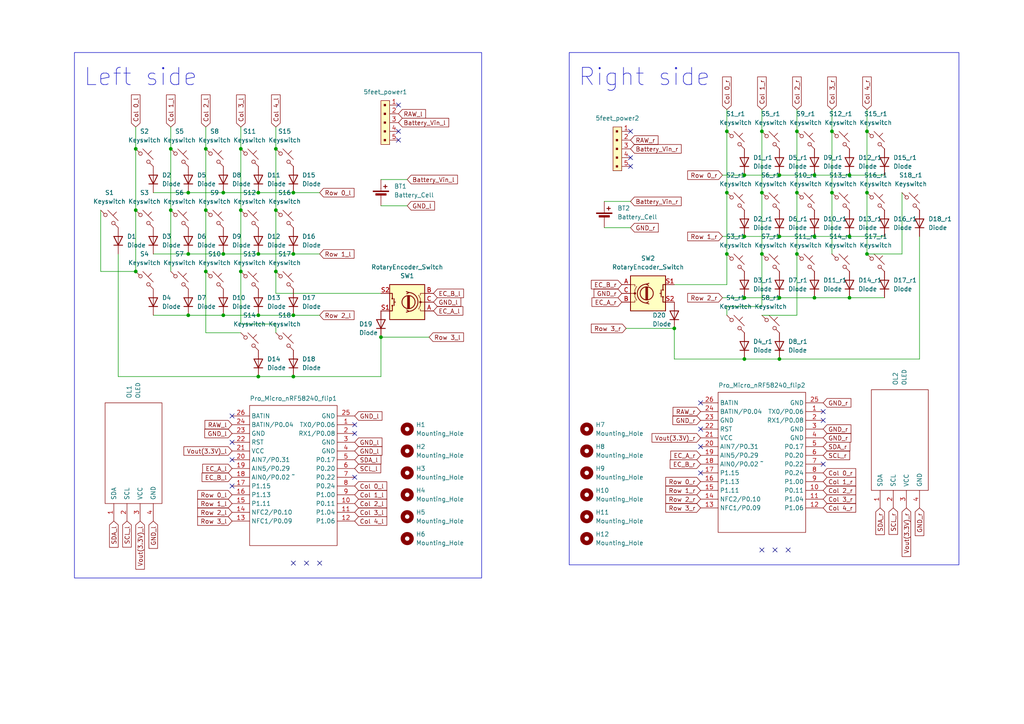
<source format=kicad_sch>
(kicad_sch (version 20230121) (generator eeschema)
  (paper "A4")
  (title_block (title "Kai Ascend") (date "2023-12-17") (rev "v1.2") (comment 1 "Author: Kai H. Chang"))
  (lib_symbols
    (symbol "Device:Battery_Cell" (pin_numbers hide) (pin_names (offset 0) hide)
      (property "Reference" "BT" (at 2.54 2.54 0))
      (property "Value" "Battery_Cell" (at 2.54 0 0))
      (symbol "Battery_Cell_1_1"
        (pin passive line (at 0 5.08 270) (length 2.54) (name "+") (number "1"))
        (pin passive line (at 0 -2.54 90) (length 2.54) (name "-") (number "2"))
      )
    )
    (symbol "Device:RotaryEncoder_Switch" (pin_names (offset 0.254) hide)
      (property "Reference" "SW" (at 0 6.604 0))
      (property "Value" "RotaryEncoder_Switch" (at 0 -6.604 0))
      (symbol "RotaryEncoder_Switch_1_1"
        (pin passive line (at -7.62 2.54 0) (length 2.54) (name "A") (number "A"))
        (pin passive line (at -7.62 -2.54 0) (length 2.54) (name "B") (number "B"))
        (pin passive line (at -7.62 0 0) (length 2.54) (name "C") (number "C"))
        (pin passive line (at 7.62 2.54 180) (length 2.54) (name "S1") (number "S1"))
        (pin passive line (at 7.62 -2.54 180) (length 2.54) (name "S2") (number "S2"))
      )
    )
    (symbol "Scottokeeb:Placeholder_Diode" (pin_numbers hide) (pin_names hide)
      (property "Reference" "D" (at 0 2.54 0))
      (property "Value" "Diode" (at 0 -2.54 0))
      (symbol "Placeholder_Diode_1_1"
        (pin passive line (at -3.81 0 0) (length 2.54) (name "K") (number "1"))
        (pin passive line (at 3.81 0 180) (length 2.54) (name "A") (number "2"))
      )
    )
    (symbol "Scottokeeb:Placeholder_Keyswitch" (pin_numbers hide) (pin_names (offset 1.016) hide)
      (property "Reference" "S" (at 3.048 1.016 0))
      (property "Value" "Keyswitch" (at 0 -3.81 0))
      (symbol "Placeholder_Keyswitch_0_1"
        (pin passive line (at -2.54 2.54 0) (length 0) (name "1") (number "1"))
        (pin passive line (at 2.54 -2.54 180) (length 0) (name "2") (number "2"))
      )
    )
    (symbol "Scottokeeb:Placeholder_Mounting_Hole" (pin_names (offset 1.016))
      (property "Reference" "H" (at 0 5.08 0))
      (property "Value" "Mounting_Hole" (at 0 3.175 0))
    )
    (symbol "components:Pro_Micro_nRF52840_flip"
      (property "Reference" "U" (at 0 24.638 0))
      (property "Value" "Pro_Micro_nRF58240_flip" (at 0 22.352 0))
      (symbol "Pro_Micro_nRF52840_flip_1_1"
        (pin input line (at 17.78 15.24 180) (length 5.08) (name "TX0/P0.06") (number "1"))
        (pin input line (at 17.78 -7.62 180) (length 5.08) (name "P0.11") (number "10"))
        (pin input line (at 17.78 -10.16 180) (length 5.08) (name "P1.04") (number "11"))
        (pin input line (at 17.78 -12.7 180) (length 5.08) (name "P1.06") (number "12"))
        (pin input line (at -17.78 -12.7 0) (length 5.08) (name "NFC1/P0.09") (number "13"))
        (pin input line (at -17.78 -10.16 0) (length 5.08) (name "NFC2/P0.10") (number "14"))
        (pin input line (at -17.78 -7.62 0) (length 5.08) (name "P1.11") (number "15"))
        (pin input line (at -17.78 -5.08 0) (length 5.08) (name "P1.13") (number "16"))
        (pin input line (at -17.78 -2.54 0) (length 5.08) (name "P1.15") (number "17"))
        (pin input line (at -17.78 0 0) (length 5.08) (name "AIN0/P0.02") (number "18"))
        (pin input line (at -17.78 2.54 0) (length 5.08) (name "AIN5/P0.29") (number "19"))
        (pin bidirectional line (at 17.78 12.7 180) (length 5.08) (name "RX1/P0.08") (number "2"))
        (pin input line (at -17.78 5.08 0) (length 5.08) (name "AIN7/P0.31") (number "20"))
        (pin power_out line (at -17.78 7.62 0) (length 5.08) (name "VCC") (number "21"))
        (pin input line (at -17.78 10.16 0) (length 5.08) (name "RST") (number "22"))
        (pin input line (at -17.78 12.7 0) (length 5.08) (name "GND") (number "23"))
        (pin power_in line (at -17.78 15.24 0) (length 5.08) (name "BATIN/P0.04") (number "24"))
        (pin input line (at 17.78 17.78 180) (length 5.08) (name "GND") (number "25"))
        (pin power_in line (at -17.78 17.78 0) (length 5.08) (name "BATIN") (number "26"))
        (pin input line (at 17.78 10.16 180) (length 5.08) (name "GND") (number "3"))
        (pin input line (at 7.62 -24.892 90) (length 5.08) hide (name "P1.01") (number "31"))
        (pin input line (at 3.81 -24.892 90) (length 5.08) hide (name "P1.02") (number "32"))
        (pin input line (at 0 -24.892 90) (length 5.08) hide (name "P1.07") (number "33"))
        (pin input line (at 17.78 7.62 180) (length 5.08) (name "GND") (number "4"))
        (pin input line (at 17.78 5.08 180) (length 5.08) (name "P0.17") (number "5"))
        (pin input line (at 17.78 2.54 180) (length 5.08) (name "P0.20") (number "6"))
        (pin input line (at 17.78 0 180) (length 5.08) (name "P0.22") (number "7"))
        (pin input line (at 17.78 -2.54 180) (length 5.08) (name "P0.24") (number "8"))
        (pin input line (at 17.78 -5.08 180) (length 5.08) (name "P1.00") (number "9"))
      )
    )
    (symbol "dk_Rectangular-Connectors-Headers-Male-Pins:B5B-XH-A_LF__SN_" (pin_names (offset 1.016))
      (property "Reference" "J" (at -2.54 -1.27 0))
      (property "Value" "B5B-XH-A_LF__SN_" (at 5.08 -3.81 0))
      (symbol "B5B-XH-A_LF__SN__1_1"
        (pin passive line (at 0 2.54 270) (length 2.54) (name "~") (number "1"))
        (pin passive line (at 2.54 2.54 270) (length 2.54) (name "~") (number "2"))
        (pin passive line (at 5.08 2.54 270) (length 2.54) (name "~") (number "3"))
        (pin passive line (at 7.62 2.54 270) (length 2.54) (name "~") (number "4"))
        (pin passive line (at 10.16 2.54 270) (length 2.54) (name "~") (number "5"))
      )
    )
    (symbol "kbd:OLED" (pin_names (offset 1.016))
      (property "Reference" "OL" (at 0 2.54 0))
      (property "Value" "OLED" (at 0 -1.27 0))
      (symbol "OLED_1_1"
        (pin bidirectional line (at -19.05 6.35 0) (length 5.08) (name "SDA") (number "1"))
        (pin bidirectional line (at -19.05 2.54 0) (length 5.08) (name "SCL") (number "2"))
        (pin power_in line (at -19.05 -1.27 0) (length 5.08) (name "VCC") (number "3"))
        (pin power_in line (at -19.05 -5.08 0) (length 5.08) (name "GND") (number "4"))
      )
    )
  )
  (junction (at 74.93 55.88))
  (junction (at 226.06 86.36))
  (junction (at 226.06 68.58))
  (junction (at 251.46 55.88))
  (junction (at 220.98 38.1))
  (junction (at 54.61 55.88))
  (junction (at 241.3 55.88))
  (junction (at 85.09 109.22))
  (junction (at 241.3 38.1))
  (junction (at 246.38 68.58))
  (junction (at 59.69 43.18))
  (junction (at 236.22 50.8))
  (junction (at 226.06 104.14))
  (junction (at 246.38 86.36))
  (junction (at 64.77 55.88))
  (junction (at 220.98 73.66))
  (junction (at 195.58 95.25))
  (junction (at 251.46 73.66))
  (junction (at 39.37 78.74))
  (junction (at 39.37 60.96))
  (junction (at 220.98 55.88))
  (junction (at 210.82 55.88))
  (junction (at 80.01 60.96))
  (junction (at 210.82 38.1))
  (junction (at 236.22 68.58))
  (junction (at 64.77 91.44))
  (junction (at 231.14 55.88))
  (junction (at 74.93 109.22))
  (junction (at 74.93 73.66))
  (junction (at 231.14 38.1))
  (junction (at 236.22 86.36))
  (junction (at 80.01 43.18))
  (junction (at 215.9 50.8))
  (junction (at 59.69 60.96))
  (junction (at 85.09 55.88))
  (junction (at 54.61 73.66))
  (junction (at 74.93 91.44))
  (junction (at 49.53 60.96))
  (junction (at 64.77 73.66))
  (junction (at 215.9 86.36))
  (junction (at 39.37 43.18))
  (junction (at 110.49 97.79))
  (junction (at 59.69 78.74))
  (junction (at 215.9 68.58))
  (junction (at 251.46 38.1))
  (junction (at 54.61 91.44))
  (junction (at 226.06 50.8))
  (junction (at 231.14 73.66))
  (junction (at 69.85 60.96))
  (junction (at 80.01 78.74))
  (junction (at 69.85 78.74))
  (junction (at 215.9 104.14))
  (junction (at 69.85 43.18))
  (junction (at 210.82 73.66))
  (junction (at 246.38 50.8))
  (junction (at 85.09 91.44))
  (junction (at 49.53 43.18))
  (junction (at 85.09 73.66))
  (no_connect (at 102.87 125.73))
  (no_connect (at 67.31 120.65))
  (no_connect (at 182.88 38.1))
  (no_connect (at 92.71 163.322))
  (no_connect (at 203.2 116.84))
  (no_connect (at 102.87 138.43))
  (no_connect (at 220.98 159.512))
  (no_connect (at 67.31 133.35))
  (no_connect (at 182.88 48.26))
  (no_connect (at 228.6 159.512))
  (no_connect (at 115.57 30.48))
  (no_connect (at 238.76 119.38))
  (no_connect (at 88.9 163.322))
  (no_connect (at 115.57 38.1))
  (no_connect (at 67.31 140.97))
  (no_connect (at 115.57 40.64))
  (no_connect (at 203.2 129.54))
  (no_connect (at 238.76 134.62))
  (no_connect (at 85.09 163.322))
  (no_connect (at 102.87 123.19))
  (no_connect (at 182.88 45.72))
  (no_connect (at 224.79 159.512))
  (no_connect (at 67.31 128.27))
  (no_connect (at 238.76 121.92))
  (no_connect (at 203.2 137.16))
  (no_connect (at 203.2 124.46))
  (wire (pts (xy 210.82 88.9) (xy 220.98 88.9)))
  (wire (pts (xy 220.98 31.75) (xy 220.98 38.1)))
  (wire (pts (xy 80.01 78.74) (xy 80.01 85.09)))
  (wire (pts (xy 220.98 55.88) (xy 220.98 73.66)))
  (wire (pts (xy 231.14 91.44) (xy 231.14 73.66)))
  (wire (pts (xy 209.55 50.8) (xy 215.9 50.8)))
  (wire (pts (xy 49.53 36.83) (xy 49.53 43.18)))
  (wire (pts (xy 110.49 97.79) (xy 110.49 109.22)))
  (wire (pts (xy 69.85 78.74) (xy 69.85 93.98)))
  (wire (pts (xy 181.61 95.25) (xy 195.58 95.25)))
  (wire (pts (xy 92.71 55.88) (xy 85.09 55.88)))
  (wire (pts (xy 74.93 55.88) (xy 85.09 55.88)))
  (wire (pts (xy 34.29 109.22) (xy 74.93 109.22)))
  (wire (pts (xy 54.61 91.44) (xy 64.77 91.44)))
  (wire (pts (xy 39.37 78.74) (xy 29.21 78.74)))
  (wire (pts (xy 209.55 86.36) (xy 215.9 86.36)))
  (wire (pts (xy 246.38 86.36) (xy 256.54 86.36)))
  (wire (pts (xy 64.77 55.88) (xy 74.93 55.88)))
  (wire (pts (xy 92.71 73.66) (xy 85.09 73.66)))
  (wire (pts (xy 195.58 95.25) (xy 195.58 104.14)))
  (wire (pts (xy 80.01 93.98) (xy 80.01 96.52)))
  (wire (pts (xy 195.58 104.14) (xy 215.9 104.14)))
  (wire (pts (xy 246.38 50.8) (xy 256.54 50.8)))
  (wire (pts (xy 236.22 50.8) (xy 246.38 50.8)))
  (wire (pts (xy 231.14 38.1) (xy 231.14 55.88)))
  (wire (pts (xy 236.22 68.58) (xy 246.38 68.58)))
  (wire (pts (xy 39.37 36.83) (xy 39.37 43.18)))
  (wire (pts (xy 69.85 36.83) (xy 69.85 43.18)))
  (wire (pts (xy 74.93 109.22) (xy 85.09 109.22)))
  (wire (pts (xy 44.45 73.66) (xy 54.61 73.66)))
  (wire (pts (xy 64.77 73.66) (xy 74.93 73.66)))
  (wire (pts (xy 226.06 104.14) (xy 266.7 104.14)))
  (wire (pts (xy 59.69 43.18) (xy 59.69 60.96)))
  (wire (pts (xy 44.45 91.44) (xy 54.61 91.44)))
  (wire (pts (xy 175.26 66.04) (xy 182.88 66.04)))
  (wire (pts (xy 215.9 68.58) (xy 226.06 68.58)))
  (wire (pts (xy 210.82 91.44) (xy 210.82 88.9)))
  (wire (pts (xy 210.82 82.55) (xy 210.82 73.66)))
  (wire (pts (xy 210.82 38.1) (xy 210.82 55.88)))
  (wire (pts (xy 64.77 91.44) (xy 74.93 91.44)))
  (wire (pts (xy 220.98 88.9) (xy 220.98 73.66)))
  (wire (pts (xy 241.3 55.88) (xy 241.3 73.66)))
  (wire (pts (xy 220.98 91.44) (xy 231.14 91.44)))
  (wire (pts (xy 110.49 109.22) (xy 85.09 109.22)))
  (wire (pts (xy 231.14 55.88) (xy 231.14 73.66)))
  (wire (pts (xy 241.3 31.75) (xy 241.3 38.1)))
  (wire (pts (xy 29.21 78.74) (xy 29.21 60.96)))
  (wire (pts (xy 69.85 60.96) (xy 69.85 78.74)))
  (wire (pts (xy 85.09 91.44) (xy 92.71 91.44)))
  (wire (pts (xy 59.69 60.96) (xy 59.69 78.74)))
  (wire (pts (xy 80.01 60.96) (xy 80.01 78.74)))
  (wire (pts (xy 110.49 59.69) (xy 118.11 59.69)))
  (wire (pts (xy 54.61 55.88) (xy 64.77 55.88)))
  (wire (pts (xy 226.06 86.36) (xy 236.22 86.36)))
  (wire (pts (xy 74.93 73.66) (xy 85.09 73.66)))
  (wire (pts (xy 80.01 85.09) (xy 110.49 85.09)))
  (wire (pts (xy 231.14 31.75) (xy 231.14 38.1)))
  (wire (pts (xy 80.01 36.83) (xy 80.01 43.18)))
  (wire (pts (xy 215.9 86.36) (xy 226.06 86.36)))
  (wire (pts (xy 49.53 60.96) (xy 49.53 78.74)))
  (wire (pts (xy 215.9 104.14) (xy 226.06 104.14)))
  (wire (pts (xy 39.37 60.96) (xy 39.37 78.74)))
  (wire (pts (xy 210.82 55.88) (xy 210.82 73.66)))
  (wire (pts (xy 241.3 38.1) (xy 241.3 55.88)))
  (wire (pts (xy 246.38 68.58) (xy 256.54 68.58)))
  (wire (pts (xy 59.69 78.74) (xy 59.69 96.52)))
  (wire (pts (xy 215.9 50.8) (xy 226.06 50.8)))
  (wire (pts (xy 261.62 73.66) (xy 261.62 55.88)))
  (wire (pts (xy 226.06 50.8) (xy 236.22 50.8)))
  (wire (pts (xy 44.45 55.88) (xy 54.61 55.88)))
  (wire (pts (xy 210.82 31.75) (xy 210.82 38.1)))
  (wire (pts (xy 34.29 73.66) (xy 34.29 109.22)))
  (wire (pts (xy 69.85 93.98) (xy 80.01 93.98)))
  (wire (pts (xy 69.85 43.18) (xy 69.85 60.96)))
  (wire (pts (xy 220.98 38.1) (xy 220.98 55.88)))
  (wire (pts (xy 59.69 36.83) (xy 59.69 43.18)))
  (wire (pts (xy 110.49 52.07) (xy 118.11 52.07)))
  (wire (pts (xy 226.06 68.58) (xy 236.22 68.58)))
  (wire (pts (xy 59.69 96.52) (xy 69.85 96.52)))
  (wire (pts (xy 195.58 82.55) (xy 210.82 82.55)))
  (wire (pts (xy 49.53 43.18) (xy 49.53 60.96)))
  (wire (pts (xy 251.46 73.66) (xy 261.62 73.66)))
  (wire (pts (xy 251.46 55.88) (xy 251.46 73.66)))
  (wire (pts (xy 74.93 91.44) (xy 85.09 91.44)))
  (wire (pts (xy 266.7 68.58) (xy 266.7 104.14)))
  (wire (pts (xy 110.49 97.79) (xy 124.46 97.79)))
  (wire (pts (xy 209.55 68.58) (xy 215.9 68.58)))
  (wire (pts (xy 251.46 38.1) (xy 251.46 55.88)))
  (wire (pts (xy 251.46 31.75) (xy 251.46 38.1)))
  (wire (pts (xy 80.01 43.18) (xy 80.01 60.96)))
  (wire (pts (xy 175.26 58.42) (xy 182.88 58.42)))
  (wire (pts (xy 236.22 86.36) (xy 246.38 86.36)))
  (wire (pts (xy 54.61 73.66) (xy 64.77 73.66)))
  (wire (pts (xy 39.37 43.18) (xy 39.37 60.96)))
  (rectangle (start 21.59 15.24) (end 139.7 167.64))
  (rectangle (start 165.1 15.24) (end 278.13 163.83))
  (text "Left side" (at 24.13 25.4 0) (effects (font (size 5 5)) (justify left bottom)))
  (text "Right side" (at 167.64 25.4 0) (effects (font (size 5 5)) (justify left bottom)))
  (global_label "EC_A_l" (shape input) (at 125.73 90.17 0) (property "Intersheetrefs" "${INTERSHEET_REFS}" (effects hide)))
  (global_label "EC_A_r" (shape input) (at 203.2 132.08 180) (property "Intersheetrefs" "${INTERSHEET_REFS}" (effects hide)))
  (global_label "Col 1_l" (shape input) (at 102.87 143.51 0) (property "Intersheetrefs" "${INTERSHEET_REFS}" (effects hide)))
  (global_label "RAW_l" (shape input) (at 67.31 123.19 180) (property "Intersheetrefs" "${INTERSHEET_REFS}" (effects hide)))
  (global_label "RAW_l" (shape input) (at 115.57 33.02 0) (property "Intersheetrefs" "${INTERSHEET_REFS}" (effects hide)))
  (global_label "EC_B_r" (shape input) (at 203.2 134.62 180) (property "Intersheetrefs" "${INTERSHEET_REFS}" (effects hide)))
  (global_label "Col 4_r" (shape input) (at 238.76 147.32 0) (property "Intersheetrefs" "${INTERSHEET_REFS}" (effects hide)))
  (global_label "Row 3_r" (shape input) (at 203.2 147.32 180) (property "Intersheetrefs" "${INTERSHEET_REFS}" (effects hide)))
  (global_label "Row 2_r" (shape input) (at 209.55 86.36 180) (property "Intersheetrefs" "${INTERSHEET_REFS}" (effects hide)))
  (global_label "SCL_l" (shape input) (at 36.83 151.13 270) (property "Intersheetrefs" "${INTERSHEET_REFS}" (effects hide)))
  (global_label "Vout(3.3V)_l" (shape input) (at 40.64 151.13 270) (property "Intersheetrefs" "${INTERSHEET_REFS}" (effects hide)))
  (global_label "Row 3_r" (shape input) (at 181.61 95.25 180) (property "Intersheetrefs" "${INTERSHEET_REFS}" (effects hide)))
  (global_label "Battery_Vin_l" (shape input) (at 115.57 35.56 0) (property "Intersheetrefs" "${INTERSHEET_REFS}" (effects hide)))
  (global_label "Row 1_l" (shape input) (at 67.31 146.05 180) (property "Intersheetrefs" "${INTERSHEET_REFS}" (effects hide)))
  (global_label "GND_l" (shape input) (at 102.87 120.65 0) (property "Intersheetrefs" "${INTERSHEET_REFS}" (effects hide)))
  (global_label "GND_l" (shape input) (at 44.45 151.13 270) (property "Intersheetrefs" "${INTERSHEET_REFS}" (effects hide)))
  (global_label "GND_r" (shape input) (at 182.88 66.04 0) (property "Intersheetrefs" "${INTERSHEET_REFS}" (effects hide)))
  (global_label "Row 3_l" (shape input) (at 124.46 97.79 0) (property "Intersheetrefs" "${INTERSHEET_REFS}" (effects hide)))
  (global_label "Col 3_r" (shape input) (at 238.76 144.78 0) (property "Intersheetrefs" "${INTERSHEET_REFS}" (effects hide)))
  (global_label "Col 0_l" (shape input) (at 102.87 140.97 0) (property "Intersheetrefs" "${INTERSHEET_REFS}" (effects hide)))
  (global_label "RAW_r" (shape input) (at 182.88 40.64 0) (property "Intersheetrefs" "${INTERSHEET_REFS}" (effects hide)))
  (global_label "Col 2_r" (shape input) (at 231.14 31.75 90) (property "Intersheetrefs" "${INTERSHEET_REFS}" (effects hide)))
  (global_label "Col 1_l" (shape input) (at 49.53 36.83 90) (property "Intersheetrefs" "${INTERSHEET_REFS}" (effects hide)))
  (global_label "Vout(3.3V)_r" (shape input) (at 203.2 127 180) (property "Intersheetrefs" "${INTERSHEET_REFS}" (effects hide)))
  (global_label "SCL_l" (shape input) (at 102.87 135.89 0) (property "Intersheetrefs" "${INTERSHEET_REFS}" (effects hide)))
  (global_label "GND_r" (shape input) (at 238.76 124.46 0) (property "Intersheetrefs" "${INTERSHEET_REFS}" (effects hide)))
  (global_label "Row 2_l" (shape input) (at 67.31 148.59 180) (property "Intersheetrefs" "${INTERSHEET_REFS}" (effects hide)))
  (global_label "Col 0_r" (shape input) (at 238.76 137.16 0) (property "Intersheetrefs" "${INTERSHEET_REFS}" (effects hide)))
  (global_label "EC_B_l" (shape input) (at 67.31 138.43 180) (property "Intersheetrefs" "${INTERSHEET_REFS}" (effects hide)))
  (global_label "GND_r" (shape input) (at 266.7 147.32 270) (property "Intersheetrefs" "${INTERSHEET_REFS}" (effects hide)))
  (global_label "Battery_Vin_r" (shape input) (at 182.88 43.18 0) (property "Intersheetrefs" "${INTERSHEET_REFS}" (effects hide)))
  (global_label "GND_r" (shape input) (at 238.76 116.84 0) (property "Intersheetrefs" "${INTERSHEET_REFS}" (effects hide)))
  (global_label "Row 3_l" (shape input) (at 67.31 151.13 180) (property "Intersheetrefs" "${INTERSHEET_REFS}" (effects hide)))
  (global_label "Col 3_l" (shape input) (at 69.85 36.83 90) (property "Intersheetrefs" "${INTERSHEET_REFS}" (effects hide)))
  (global_label "Col 4_l" (shape input) (at 102.87 151.13 0) (property "Intersheetrefs" "${INTERSHEET_REFS}" (effects hide)))
  (global_label "Col 2_l" (shape input) (at 102.87 146.05 0) (property "Intersheetrefs" "${INTERSHEET_REFS}" (effects hide)))
  (global_label "Col 4_l" (shape input) (at 80.01 36.83 90) (property "Intersheetrefs" "${INTERSHEET_REFS}" (effects hide)))
  (global_label "Row 1_l" (shape input) (at 92.71 73.66 0) (property "Intersheetrefs" "${INTERSHEET_REFS}" (effects hide)))
  (global_label "GND_r" (shape input) (at 203.2 121.92 180) (property "Intersheetrefs" "${INTERSHEET_REFS}" (effects hide)))
  (global_label "Col 4_r" (shape input) (at 251.46 31.75 90) (property "Intersheetrefs" "${INTERSHEET_REFS}" (effects hide)))
  (global_label "Row 0_r" (shape input) (at 203.2 139.7 180) (property "Intersheetrefs" "${INTERSHEET_REFS}" (effects hide)))
  (global_label "EC_A_l" (shape input) (at 67.31 135.89 180) (property "Intersheetrefs" "${INTERSHEET_REFS}" (effects hide)))
  (global_label "Row 0_l" (shape input) (at 67.31 143.51 180) (property "Intersheetrefs" "${INTERSHEET_REFS}" (effects hide)))
  (global_label "EC_B_l" (shape input) (at 125.73 85.09 0) (property "Intersheetrefs" "${INTERSHEET_REFS}" (effects hide)))
  (global_label "SDA_l" (shape input) (at 102.87 133.35 0) (property "Intersheetrefs" "${INTERSHEET_REFS}" (effects hide)))
  (global_label "SCL_r" (shape input) (at 238.76 132.08 0) (property "Intersheetrefs" "${INTERSHEET_REFS}" (effects hide)))
  (global_label "GND_l" (shape input) (at 67.31 125.73 180) (property "Intersheetrefs" "${INTERSHEET_REFS}" (effects hide)))
  (global_label "SDA_r" (shape input) (at 238.76 129.54 0) (property "Intersheetrefs" "${INTERSHEET_REFS}" (effects hide)))
  (global_label "Col 3_r" (shape input) (at 241.3 31.75 90) (property "Intersheetrefs" "${INTERSHEET_REFS}" (effects hide)))
  (global_label "GND_l" (shape input) (at 102.87 128.27 0) (property "Intersheetrefs" "${INTERSHEET_REFS}" (effects hide)))
  (global_label "Vout(3.3V)_l" (shape input) (at 67.31 130.81 180) (property "Intersheetrefs" "${INTERSHEET_REFS}" (effects hide)))
  (global_label "Row 0_r" (shape input) (at 209.55 50.8 180) (property "Intersheetrefs" "${INTERSHEET_REFS}" (effects hide)))
  (global_label "Col 2_r" (shape input) (at 238.76 142.24 0) (property "Intersheetrefs" "${INTERSHEET_REFS}" (effects hide)))
  (global_label "RAW_r" (shape input) (at 203.2 119.38 180) (property "Intersheetrefs" "${INTERSHEET_REFS}" (effects hide)))
  (global_label "EC_A_r" (shape input) (at 180.34 87.63 180) (property "Intersheetrefs" "${INTERSHEET_REFS}" (effects hide)))
  (global_label "Row 0_l" (shape input) (at 92.71 55.88 0) (property "Intersheetrefs" "${INTERSHEET_REFS}" (effects hide)))
  (global_label "GND_r" (shape input) (at 180.34 85.09 180) (property "Intersheetrefs" "${INTERSHEET_REFS}" (effects hide)))
  (global_label "Row 2_r" (shape input) (at 203.2 144.78 180) (property "Intersheetrefs" "${INTERSHEET_REFS}" (effects hide)))
  (global_label "Battery_Vin_l" (shape input) (at 118.11 52.07 0) (property "Intersheetrefs" "${INTERSHEET_REFS}" (effects hide)))
  (global_label "Vout(3.3V)_r" (shape input) (at 262.89 147.32 270) (property "Intersheetrefs" "${INTERSHEET_REFS}" (effects hide)))
  (global_label "SCL_r" (shape input) (at 259.08 147.32 270) (property "Intersheetrefs" "${INTERSHEET_REFS}" (effects hide)))
  (global_label "Col 1_r" (shape input) (at 220.98 31.75 90) (property "Intersheetrefs" "${INTERSHEET_REFS}" (effects hide)))
  (global_label "Battery_Vin_r" (shape input) (at 182.88 58.42 0) (property "Intersheetrefs" "${INTERSHEET_REFS}" (effects hide)))
  (global_label "GND_l" (shape input) (at 125.73 87.63 0) (property "Intersheetrefs" "${INTERSHEET_REFS}" (effects hide)))
  (global_label "EC_B_r" (shape input) (at 180.34 82.55 180) (property "Intersheetrefs" "${INTERSHEET_REFS}" (effects hide)))
  (global_label "Col 0_l" (shape input) (at 39.37 36.83 90) (property "Intersheetrefs" "${INTERSHEET_REFS}" (effects hide)))
  (global_label "SDA_r" (shape input) (at 255.27 147.32 270) (property "Intersheetrefs" "${INTERSHEET_REFS}" (effects hide)))
  (global_label "Col 2_l" (shape input) (at 59.69 36.83 90) (property "Intersheetrefs" "${INTERSHEET_REFS}" (effects hide)))
  (global_label "Col 3_l" (shape input) (at 102.87 148.59 0) (property "Intersheetrefs" "${INTERSHEET_REFS}" (effects hide)))
  (global_label "GND_r" (shape input) (at 238.76 127 0) (property "Intersheetrefs" "${INTERSHEET_REFS}" (effects hide)))
  (global_label "GND_l" (shape input) (at 102.87 130.81 0) (property "Intersheetrefs" "${INTERSHEET_REFS}" (effects hide)))
  (global_label "Col 1_r" (shape input) (at 238.76 139.7 0) (property "Intersheetrefs" "${INTERSHEET_REFS}" (effects hide)))
  (global_label "GND_l" (shape input) (at 118.11 59.69 0) (property "Intersheetrefs" "${INTERSHEET_REFS}" (effects hide)))
  (global_label "Row 1_r" (shape input) (at 203.2 142.24 180) (property "Intersheetrefs" "${INTERSHEET_REFS}" (effects hide)))
  (global_label "Row 1_r" (shape input) (at 209.55 68.58 180) (property "Intersheetrefs" "${INTERSHEET_REFS}" (effects hide)))
  (global_label "SDA_l" (shape input) (at 33.02 151.13 270) (property "Intersheetrefs" "${INTERSHEET_REFS}" (effects hide)))
  (global_label "Col 0_r" (shape input) (at 210.82 31.75 90) (property "Intersheetrefs" "${INTERSHEET_REFS}" (effects hide)))
  (global_label "Row 2_l" (shape input) (at 92.71 91.44 0) (property "Intersheetrefs" "${INTERSHEET_REFS}" (effects hide)))
  (symbol (lib_id "Scottokeeb:Placeholder_Keyswitch") (at 82.55 99.06 0) (unit 1)
    (property "Reference" "S18" (at 82.55 91.44 0))
    (property "Value" "Keyswitch" (at 82.55 93.98 0))
    (property "Footprint" "ScottoKeebs_Hotswap:Hotswap_Choc_V1_Plated_1.00u" (effects hide))
  )
  (symbol (lib_id "Scottokeeb:Placeholder_Keyswitch") (at 213.36 93.98 0) (unit 1)
    (property "Reference" "S4_r1" (at 213.36 86.36 0))
    (property "Value" "Keyswitch" (at 213.36 88.9 0))
    (property "Footprint" "ScottoKeebs_Hotswap:Hotswap_Choc_V1_Plated_1.00u" (effects hide))
  )
  (symbol (lib_id "Scottokeeb:Placeholder_Mounting_Hole") (at 118.11 149.86 0) (unit 1)
    (property "Reference" "H5" (at 120.65 148.59 0) (effects (justify left)))
    (property "Value" "Mounting_Hole" (at 120.65 151.13 0) (effects (justify left)))
    (property "Footprint" "MountingHole:MountingHole_3.2mm_M3" (effects hide))
  )
  (symbol (lib_id "Scottokeeb:Placeholder_Keyswitch") (at 264.16 58.42 0) (unit 1)
    (property "Reference" "S18_r1" (at 264.16 50.8 0))
    (property "Value" "Keyswitch" (at 264.16 53.34 0))
    (property "Footprint" "ScottoKeebs_Hotswap:Hotswap_MX_Plated_1.00u" (effects hide))
  )
  (symbol (lib_id "Scottokeeb:Placeholder_Diode") (at 64.77 52.07 90) (unit 1)
    (property "Reference" "D8" (at 67.31 50.8 90) (effects (justify right)))
    (property "Value" "Diode" (at 67.31 53.34 90) (effects (justify right)))
    (property "Footprint" "custom_components:Compatible_diode_TH_SMD" (effects hide))
    (property "Sim.Device" "D" (effects hide))
    (property "Sim.Pins" "1=K 2=A" (effects hide))
  )
  (symbol (lib_id "Scottokeeb:Placeholder_Mounting_Hole") (at 170.18 156.21 0) (unit 1)
    (property "Reference" "H12" (at 172.72 154.94 0) (effects (justify left)))
    (property "Value" "Mounting_Hole" (at 172.72 157.48 0) (effects (justify left)))
    (property "Footprint" "MountingHole:MountingHole_3.2mm_M3" (effects hide))
  )
  (symbol (lib_id "Scottokeeb:Placeholder_Mounting_Hole") (at 118.11 156.21 0) (unit 1)
    (property "Reference" "H6" (at 120.65 154.94 0) (effects (justify left)))
    (property "Value" "Mounting_Hole" (at 120.65 157.48 0) (effects (justify left)))
    (property "Footprint" "MountingHole:MountingHole_3.2mm_M3" (effects hide))
  )
  (symbol (lib_id "Scottokeeb:Placeholder_Diode") (at 64.77 69.85 90) (unit 1)
    (property "Reference" "D9" (at 67.31 68.58 90) (effects (justify right)))
    (property "Value" "Diode" (at 67.31 71.12 90) (effects (justify right)))
    (property "Footprint" "custom_components:Compatible_diode_TH_SMD" (effects hide))
    (property "Sim.Device" "D" (effects hide))
    (property "Sim.Pins" "1=K 2=A" (effects hide))
  )
  (symbol (lib_id "Scottokeeb:Placeholder_Keyswitch") (at 62.23 45.72 0) (unit 1)
    (property "Reference" "S8" (at 62.23 38.1 0))
    (property "Value" "Keyswitch" (at 62.23 40.64 0))
    (property "Footprint" "ScottoKeebs_Hotswap:Hotswap_MX_Plated_1.00u" (effects hide))
  )
  (symbol (lib_id "Scottokeeb:Placeholder_Diode") (at 215.9 82.55 90) (unit 1)
    (property "Reference" "D3_r1" (at 218.44 81.28 90) (effects (justify right)))
    (property "Value" "Diode" (at 218.44 83.82 90) (effects (justify right)))
    (property "Footprint" "custom_components:Compatible_diode_TH_SMD" (effects hide))
    (property "Sim.Device" "D" (effects hide))
    (property "Sim.Pins" "1=K 2=A" (effects hide))
  )
  (symbol (lib_id "Scottokeeb:Placeholder_Diode") (at 74.93 69.85 90) (unit 1)
    (property "Reference" "D12" (at 77.47 68.58 90) (effects (justify right)))
    (property "Value" "Diode" (at 77.47 71.12 90) (effects (justify right)))
    (property "Footprint" "custom_components:Compatible_diode_TH_SMD" (effects hide))
    (property "Sim.Device" "D" (effects hide))
    (property "Sim.Pins" "1=K 2=A" (effects hide))
  )
  (symbol (lib_id "Scottokeeb:Placeholder_Keyswitch") (at 41.91 63.5 0) (unit 1)
    (property "Reference" "S3" (at 41.91 55.88 0))
    (property "Value" "Keyswitch" (at 41.91 58.42 0))
    (property "Footprint" "ScottoKeebs_Hotswap:Hotswap_MX_Plated_1.00u" (effects hide))
  )
  (symbol (lib_id "Scottokeeb:Placeholder_Mounting_Hole") (at 118.11 124.46 0) (unit 1)
    (property "Reference" "H1" (at 120.65 123.19 0) (effects (justify left)))
    (property "Value" "Mounting_Hole" (at 120.65 125.73 0) (effects (justify left)))
    (property "Footprint" "MountingHole:MountingHole_3.2mm_M3" (effects hide))
  )
  (symbol (lib_id "Device:Battery_Cell") (at 110.49 57.15 0) (unit 1)
    (property "Reference" "BT1" (at 114.3 54.0385 0) (effects (justify left)))
    (property "Value" "Battery_Cell" (at 114.3 56.5785 0) (effects (justify left)))
    (property "Footprint" "custom_components:JST_XH_2.54mm_vertical" (effects hide))
  )
  (symbol (lib_id "Scottokeeb:Placeholder_Keyswitch") (at 254 58.42 0) (unit 1)
    (property "Reference" "S16_r1" (at 254 50.8 0))
    (property "Value" "Keyswitch" (at 254 53.34 0))
    (property "Footprint" "ScottoKeebs_Hotswap:Hotswap_MX_Plated_1.00u" (effects hide))
  )
  (symbol (lib_id "Scottokeeb:Placeholder_Mounting_Hole") (at 118.11 143.51 0) (unit 1)
    (property "Reference" "H4" (at 120.65 142.24 0) (effects (justify left)))
    (property "Value" "Mounting_Hole" (at 120.65 144.78 0) (effects (justify left)))
    (property "Footprint" "MountingHole:MountingHole_3.2mm_M3" (effects hide))
  )
  (symbol (lib_id "Scottokeeb:Placeholder_Keyswitch") (at 243.84 40.64 0) (unit 1)
    (property "Reference" "S12_r1" (at 243.84 33.02 0))
    (property "Value" "Keyswitch" (at 243.84 35.56 0))
    (property "Footprint" "ScottoKeebs_Hotswap:Hotswap_MX_Plated_1.00u" (effects hide))
  )
  (symbol (lib_id "Scottokeeb:Placeholder_Mounting_Hole") (at 170.18 143.51 0) (unit 1)
    (property "Reference" "H10" (at 172.72 142.24 0) (effects (justify left)))
    (property "Value" "Mounting_Hole" (at 172.72 144.78 0) (effects (justify left)))
    (property "Footprint" "MountingHole:MountingHole_3.2mm_M3" (effects hide))
  )
  (symbol (lib_id "Scottokeeb:Placeholder_Diode") (at 226.06 82.55 90) (unit 1)
    (property "Reference" "D7_r1" (at 228.6 81.28 90) (effects (justify right)))
    (property "Value" "Diode" (at 228.6 83.82 90) (effects (justify right)))
    (property "Footprint" "custom_components:Compatible_diode_TH_SMD" (effects hide))
    (property "Sim.Device" "D" (effects hide))
    (property "Sim.Pins" "1=K 2=A" (effects hide))
  )
  (symbol (lib_id "Scottokeeb:Placeholder_Diode") (at 215.9 46.99 90) (unit 1)
    (property "Reference" "D1_r1" (at 218.44 45.72 90) (effects (justify right)))
    (property "Value" "Diode" (at 218.44 48.26 90) (effects (justify right)))
    (property "Footprint" "custom_components:Compatible_diode_TH_SMD" (effects hide))
    (property "Sim.Device" "D" (effects hide))
    (property "Sim.Pins" "1=K 2=A" (effects hide))
  )
  (symbol (lib_id "Scottokeeb:Placeholder_Diode") (at 226.06 46.99 90) (unit 1)
    (property "Reference" "D5_r1" (at 228.6 45.72 90) (effects (justify right)))
    (property "Value" "Diode" (at 228.6 48.26 90) (effects (justify right)))
    (property "Footprint" "custom_components:Compatible_diode_TH_SMD" (effects hide))
    (property "Sim.Device" "D" (effects hide))
    (property "Sim.Pins" "1=K 2=A" (effects hide))
  )
  (symbol (lib_id "Scottokeeb:Placeholder_Keyswitch") (at 243.84 76.2 0) (unit 1)
    (property "Reference" "S14_r1" (at 243.84 68.58 0))
    (property "Value" "Keyswitch" (at 243.84 71.12 0))
    (property "Footprint" "ScottoKeebs_Hotswap:Hotswap_MX_Plated_1.00u" (effects hide))
  )
  (symbol (lib_id "Scottokeeb:Placeholder_Keyswitch") (at 254 40.64 0) (unit 1)
    (property "Reference" "S15_r1" (at 254 33.02 0))
    (property "Value" "Keyswitch" (at 254 35.56 0))
    (property "Footprint" "ScottoKeebs_Hotswap:Hotswap_MX_Plated_1.00u" (effects hide))
  )
  (symbol (lib_id "Scottokeeb:Placeholder_Keyswitch") (at 72.39 45.72 0) (unit 1)
    (property "Reference" "S11" (at 72.39 38.1 0))
    (property "Value" "Keyswitch" (at 72.39 40.64 0))
    (property "Footprint" "ScottoKeebs_Hotswap:Hotswap_MX_Plated_1.00u" (effects hide))
  )
  (symbol (lib_id "Scottokeeb:Placeholder_Diode") (at 85.09 105.41 90) (unit 1)
    (property "Reference" "D18" (at 87.63 104.14 90) (effects (justify right)))
    (property "Value" "Diode" (at 87.63 106.68 90) (effects (justify right)))
    (property "Footprint" "custom_components:Compatible_diode_TH_SMD" (effects hide))
    (property "Sim.Device" "D" (effects hide))
    (property "Sim.Pins" "1=K 2=A" (effects hide))
  )
  (symbol (lib_id "Device:RotaryEncoder_Switch") (at 187.96 85.09 0) (unit 1)
    (property "Reference" "SW2" (at 187.96 74.93 0))
    (property "Value" "RotaryEncoder_Switch" (at 187.96 77.47 0))
    (property "Footprint" "Rotary_Encoder:RotaryEncoder_Alps_EC12E-Switch_Vertical_H20mm" (effects hide))
  )
  (symbol (lib_id "Scottokeeb:Placeholder_Keyswitch") (at 52.07 81.28 0) (unit 1)
    (property "Reference" "S7" (at 52.07 73.66 0))
    (property "Value" "Keyswitch" (at 52.07 76.2 0))
    (property "Footprint" "ScottoKeebs_Hotswap:Hotswap_MX_Plated_1.00u" (effects hide))
  )
  (symbol (lib_id "Scottokeeb:Placeholder_Keyswitch") (at 223.52 76.2 0) (unit 1)
    (property "Reference" "S7_r1" (at 223.52 68.58 0))
    (property "Value" "Keyswitch" (at 223.52 71.12 0))
    (property "Footprint" "ScottoKeebs_Hotswap:Hotswap_MX_Plated_1.00u" (effects hide))
  )
  (symbol (lib_id "Scottokeeb:Placeholder_Diode") (at 74.93 87.63 90) (unit 1)
    (property "Reference" "D13" (at 77.47 86.36 90) (effects (justify right)))
    (property "Value" "Diode" (at 77.47 88.9 90) (effects (justify right)))
    (property "Footprint" "custom_components:Compatible_diode_TH_SMD" (effects hide))
    (property "Sim.Device" "D" (effects hide))
    (property "Sim.Pins" "1=K 2=A" (effects hide))
  )
  (symbol (lib_id "Scottokeeb:Placeholder_Keyswitch") (at 52.07 45.72 0) (unit 1)
    (property "Reference" "S5" (at 52.07 38.1 0))
    (property "Value" "Keyswitch" (at 52.07 40.64 0))
    (property "Footprint" "ScottoKeebs_Hotswap:Hotswap_MX_Plated_1.00u" (effects hide))
  )
  (symbol (lib_id "Scottokeeb:Placeholder_Diode") (at 44.45 87.63 90) (unit 1)
    (property "Reference" "D4" (at 46.99 86.36 90) (effects (justify right)))
    (property "Value" "Diode" (at 46.99 88.9 90) (effects (justify right)))
    (property "Footprint" "custom_components:Compatible_diode_TH_SMD" (effects hide))
    (property "Sim.Device" "D" (effects hide))
    (property "Sim.Pins" "1=K 2=A" (effects hide))
  )
  (symbol (lib_id "Scottokeeb:Placeholder_Mounting_Hole") (at 118.11 130.81 0) (unit 1)
    (property "Reference" "H2" (at 120.65 129.54 0) (effects (justify left)))
    (property "Value" "Mounting_Hole" (at 120.65 132.08 0) (effects (justify left)))
    (property "Footprint" "MountingHole:MountingHole_3.2mm_M3" (effects hide))
  )
  (symbol (lib_id "Scottokeeb:Placeholder_Keyswitch") (at 82.55 81.28 0) (unit 1)
    (property "Reference" "S17" (at 82.55 73.66 0))
    (property "Value" "Keyswitch" (at 82.55 76.2 0))
    (property "Footprint" "ScottoKeebs_Hotswap:Hotswap_MX_Plated_1.00u" (effects hide))
  )
  (symbol (lib_id "Scottokeeb:Placeholder_Keyswitch") (at 213.36 58.42 0) (unit 1)
    (property "Reference" "S2_r1" (at 213.36 50.8 0))
    (property "Value" "Keyswitch" (at 213.36 53.34 0))
    (property "Footprint" "ScottoKeebs_Hotswap:Hotswap_MX_Plated_1.00u" (effects hide))
  )
  (symbol (lib_id "Scottokeeb:Placeholder_Keyswitch") (at 62.23 81.28 0) (unit 1)
    (property "Reference" "S10" (at 62.23 73.66 0))
    (property "Value" "Keyswitch" (at 62.23 76.2 0))
    (property "Footprint" "ScottoKeebs_Hotswap:Hotswap_MX_Plated_1.00u" (effects hide))
  )
  (symbol (lib_id "Scottokeeb:Placeholder_Mounting_Hole") (at 170.18 130.81 0) (unit 1)
    (property "Reference" "H8" (at 172.72 129.54 0) (effects (justify left)))
    (property "Value" "Mounting_Hole" (at 172.72 132.08 0) (effects (justify left)))
    (property "Footprint" "MountingHole:MountingHole_3.2mm_M3" (effects hide))
  )
  (symbol (lib_id "Scottokeeb:Placeholder_Keyswitch") (at 223.52 40.64 0) (unit 1)
    (property "Reference" "S5_r1" (at 223.52 33.02 0))
    (property "Value" "Keyswitch" (at 223.52 35.56 0))
    (property "Footprint" "ScottoKeebs_Hotswap:Hotswap_MX_Plated_1.00u" (effects hide))
  )
  (symbol (lib_id "Scottokeeb:Placeholder_Diode") (at 54.61 52.07 90) (unit 1)
    (property "Reference" "D5" (at 57.15 50.8 90) (effects (justify right)))
    (property "Value" "Diode" (at 57.15 53.34 90) (effects (justify right)))
    (property "Footprint" "custom_components:Compatible_diode_TH_SMD" (effects hide))
    (property "Sim.Device" "D" (effects hide))
    (property "Sim.Pins" "1=K 2=A" (effects hide))
  )
  (symbol (lib_id "Scottokeeb:Placeholder_Diode") (at 266.7 64.77 90) (unit 1)
    (property "Reference" "D18_r1" (at 269.24 63.5 90) (effects (justify right)))
    (property "Value" "Diode" (at 269.24 66.04 90) (effects (justify right)))
    (property "Footprint" "custom_components:Compatible_diode_TH_SMD" (effects hide))
    (property "Sim.Device" "D" (effects hide))
    (property "Sim.Pins" "1=K 2=A" (effects hide))
  )
  (symbol (lib_id "Scottokeeb:Placeholder_Diode") (at 85.09 69.85 90) (unit 1)
    (property "Reference" "D16" (at 87.63 68.58 90) (effects (justify right)))
    (property "Value" "Diode" (at 87.63 71.12 90) (effects (justify right)))
    (property "Footprint" "custom_components:Compatible_diode_TH_SMD" (effects hide))
    (property "Sim.Device" "D" (effects hide))
    (property "Sim.Pins" "1=K 2=A" (effects hide))
  )
  (symbol (lib_id "Scottokeeb:Placeholder_Diode") (at 110.49 93.98 90) (unit 1)
    (property "Reference" "D19" (at 104.14 93.98 90) (effects (justify right)))
    (property "Value" "Diode" (at 104.14 96.52 90) (effects (justify right)))
    (property "Footprint" "custom_components:Compatible_diode_TH_SMD" (effects hide))
    (property "Sim.Device" "D" (effects hide))
    (property "Sim.Pins" "1=K 2=A" (effects hide))
  )
  (symbol (lib_id "Scottokeeb:Placeholder_Diode") (at 215.9 100.33 90) (unit 1)
    (property "Reference" "D4_r1" (at 218.44 99.06 90) (effects (justify right)))
    (property "Value" "Diode" (at 218.44 101.6 90) (effects (justify right)))
    (property "Footprint" "custom_components:Compatible_diode_TH_SMD" (effects hide))
    (property "Sim.Device" "D" (effects hide))
    (property "Sim.Pins" "1=K 2=A" (effects hide))
  )
  (symbol (lib_id "dk_Rectangular-Connectors-Headers-Male-Pins:B5B-XH-A_LF__SN_") (at 113.03 30.48 270) (unit 1)
    (property "Reference" "5feet_power1" (at 111.76 26.67 90))
    (property "Value" "B5B-XH-A_LF__SN_" (effects hide))
    (property "Footprint" "custom_components:Switch_slide_TH_5P" (effects hide))
    (property "Datasheet" "http://www.jst-mfg.com/product/pdf/eng/eXH.pdf" (effects hide))
    (property "Digi-Key_PN" "455-2270-ND" (effects hide))
    (property "MPN" "B5B-XH-A(LF)(SN)" (effects hide))
    (property "Category" "Connectors, Interconnects" (effects hide))
    (property "Family" "Rectangular Connectors - Headers, Male Pins" (effects hide))
    (property "DK_Datasheet_Link" "http://www.jst-mfg.com/product/pdf/eng/eXH.pdf" (effects hide))
    (property "DK_Detail_Page" "/product-detail/en/jst-sales-america-inc/B5B-XH-A(LF)(SN)/455-2270-ND/1530483" (effects hide))
    (property "Description" "CONN HEADER VERT 5POS 2.5MM" (effects hide))
    (property "Manufacturer" "JST Sales America Inc." (effects hide))
    (property "Status" "Active" (effects hide))
  )
  (symbol (lib_id "Scottokeeb:Placeholder_Keyswitch") (at 233.68 40.64 0) (unit 1)
    (property "Reference" "S9_r1" (at 233.68 33.02 0))
    (property "Value" "Keyswitch" (at 233.68 35.56 0))
    (property "Footprint" "ScottoKeebs_Hotswap:Hotswap_MX_Plated_1.00u" (effects hide))
  )
  (symbol (lib_id "Scottokeeb:Placeholder_Diode") (at 256.54 46.99 90) (unit 1)
    (property "Reference" "D15_r1" (at 259.08 45.72 90) (effects (justify right)))
    (property "Value" "Diode" (at 259.08 48.26 90) (effects (justify right)))
    (property "Footprint" "custom_components:Compatible_diode_TH_SMD" (effects hide))
    (property "Sim.Device" "D" (effects hide))
    (property "Sim.Pins" "1=K 2=A" (effects hide))
  )
  (symbol (lib_id "Scottokeeb:Placeholder_Diode") (at 256.54 64.77 90) (unit 1)
    (property "Reference" "D16_r1" (at 259.08 63.5 90) (effects (justify right)))
    (property "Value" "Diode" (at 259.08 66.04 90) (effects (justify right)))
    (property "Footprint" "custom_components:Compatible_diode_TH_SMD" (effects hide))
    (property "Sim.Device" "D" (effects hide))
    (property "Sim.Pins" "1=K 2=A" (effects hide))
  )
  (symbol (lib_id "dk_Rectangular-Connectors-Headers-Male-Pins:B5B-XH-A_LF__SN_") (at 180.34 38.1 270) (unit 1)
    (property "Reference" "5feet_power2" (at 179.07 34.29 90))
    (property "Value" "B5B-XH-A_LF__SN_" (effects hide))
    (property "Footprint" "custom_components:Switch_slide_TH_5P" (effects hide))
    (property "Datasheet" "http://www.jst-mfg.com/product/pdf/eng/eXH.pdf" (effects hide))
    (property "Digi-Key_PN" "455-2270-ND" (effects hide))
    (property "MPN" "B5B-XH-A(LF)(SN)" (effects hide))
    (property "Category" "Connectors, Interconnects" (effects hide))
    (property "Family" "Rectangular Connectors - Headers, Male Pins" (effects hide))
    (property "DK_Datasheet_Link" "http://www.jst-mfg.com/product/pdf/eng/eXH.pdf" (effects hide))
    (property "DK_Detail_Page" "/product-detail/en/jst-sales-america-inc/B5B-XH-A(LF)(SN)/455-2270-ND/1530483" (effects hide))
    (property "Description" "CONN HEADER VERT 5POS 2.5MM" (effects hide))
    (property "Manufacturer" "JST Sales America Inc." (effects hide))
    (property "Status" "Active" (effects hide))
  )
  (symbol (lib_id "Device:Battery_Cell") (at 175.26 63.5 0) (unit 1)
    (property "Reference" "BT2" (at 179.07 60.3885 0) (effects (justify left)))
    (property "Value" "Battery_Cell" (at 179.07 62.9285 0) (effects (justify left)))
    (property "Footprint" "custom_components:JST_XH_2.54mm_vertical" (effects hide))
  )
  (symbol (lib_id "Scottokeeb:Placeholder_Diode") (at 246.38 46.99 90) (unit 1)
    (property "Reference" "D12_r1" (at 248.92 45.72 90) (effects (justify right)))
    (property "Value" "Diode" (at 248.92 48.26 90) (effects (justify right)))
    (property "Footprint" "custom_components:Compatible_diode_TH_SMD" (effects hide))
    (property "Sim.Device" "D" (effects hide))
    (property "Sim.Pins" "1=K 2=A" (effects hide))
  )
  (symbol (lib_id "kbd:OLED") (at 39.37 132.08 90) (unit 1)
    (property "Reference" "OL1" (at 37.465 115.57 0) (effects (font (size 1.2954 1.2954)) (justify left)))
    (property "Value" "OLED" (at 40.005 115.57 0) (effects (font (size 1.1938 1.1938)) (justify left)))
    (property "Footprint" "kbd:OLED_v2" (effects hide))
  )
  (symbol (lib_id "Scottokeeb:Placeholder_Keyswitch") (at 72.39 99.06 0) (unit 1)
    (property "Reference" "S14" (at 72.39 91.44 0))
    (property "Value" "Keyswitch" (at 72.39 93.98 0))
    (property "Footprint" "ScottoKeebs_Hotswap:Hotswap_Choc_V1_Plated_1.00u" (effects hide))
  )
  (symbol (lib_id "Scottokeeb:Placeholder_Diode") (at 226.06 100.33 90) (unit 1)
    (property "Reference" "D8_r1" (at 228.6 99.06 90) (effects (justify right)))
    (property "Value" "Diode" (at 228.6 101.6 90) (effects (justify right)))
    (property "Footprint" "custom_components:Compatible_diode_TH_SMD" (effects hide))
    (property "Sim.Device" "D" (effects hide))
    (property "Sim.Pins" "1=K 2=A" (effects hide))
  )
  (symbol (lib_id "components:Pro_Micro_nRF52840_flip") (at 220.98 134.62 0) (unit 1)
    (property "Reference" "Pro_Micro_nRF58240_flip2" (at 220.98 111.76 0))
    (property "Value" "~" (at 220.98 133.858 0))
    (property "Footprint" "custom_components:Pro Micro nRF52840" (effects hide))
    (property "Datasheet" "https://www.nologo.tech/product/otherboard/NRF52840.html" (effects hide))
  )
  (symbol (lib_id "Scottokeeb:Placeholder_Keyswitch") (at 254 76.2 0) (unit 1)
    (property "Reference" "S17_r1" (at 254 68.58 0))
    (property "Value" "Keyswitch" (at 254 71.12 0))
    (property "Footprint" "ScottoKeebs_Hotswap:Hotswap_MX_Plated_1.00u" (effects hide))
  )
  (symbol (lib_id "Scottokeeb:Placeholder_Keyswitch") (at 223.52 93.98 0) (unit 1)
    (property "Reference" "S8_r1" (at 223.52 86.36 0))
    (property "Value" "Keyswitch" (at 223.52 88.9 0))
    (property "Footprint" "ScottoKeebs_Hotswap:Hotswap_Choc_V1_Plated_1.00u" (effects hide))
  )
  (symbol (lib_id "Scottokeeb:Placeholder_Mounting_Hole") (at 118.11 137.16 0) (unit 1)
    (property "Reference" "H3" (at 120.65 135.89 0) (effects (justify left)))
    (property "Value" "Mounting_Hole" (at 120.65 138.43 0) (effects (justify left)))
    (property "Footprint" "MountingHole:MountingHole_3.2mm_M3" (effects hide))
  )
  (symbol (lib_id "Scottokeeb:Placeholder_Diode") (at 246.38 64.77 90) (unit 1)
    (property "Reference" "D13_r1" (at 248.92 63.5 90) (effects (justify right)))
    (property "Value" "Diode" (at 248.92 66.04 90) (effects (justify right)))
    (property "Footprint" "custom_components:Compatible_diode_TH_SMD" (effects hide))
    (property "Sim.Device" "D" (effects hide))
    (property "Sim.Pins" "1=K 2=A" (effects hide))
  )
  (symbol (lib_id "components:Pro_Micro_nRF52840_flip") (at 85.09 138.43 0) (unit 1)
    (property "Reference" "Pro_Micro_nRF58240_flip1" (at 85.09 115.57 0))
    (property "Value" "~" (at 85.09 137.668 0))
    (property "Footprint" "custom_components:Pro Micro nRF52840" (effects hide))
    (property "Datasheet" "https://www.nologo.tech/product/otherboard/NRF52840.html" (effects hide))
  )
  (symbol (lib_id "Scottokeeb:Placeholder_Mounting_Hole") (at 170.18 124.46 0) (unit 1)
    (property "Reference" "H7" (at 172.72 123.19 0) (effects (justify left)))
    (property "Value" "Mounting_Hole" (at 172.72 125.73 0) (effects (justify left)))
    (property "Footprint" "MountingHole:MountingHole_3.2mm_M3" (effects hide))
  )
  (symbol (lib_id "Scottokeeb:Placeholder_Diode") (at 256.54 82.55 90) (unit 1)
    (property "Reference" "D17_r1" (at 259.08 81.28 90) (effects (justify right)))
    (property "Value" "Diode" (at 259.08 83.82 90) (effects (justify right)))
    (property "Footprint" "custom_components:Compatible_diode_TH_SMD" (effects hide))
    (property "Sim.Device" "D" (effects hide))
    (property "Sim.Pins" "1=K 2=A" (effects hide))
  )
  (symbol (lib_id "Scottokeeb:Placeholder_Diode") (at 195.58 91.44 90) (unit 1)
    (property "Reference" "D20" (at 189.23 91.44 90) (effects (justify right)))
    (property "Value" "Diode" (at 189.23 93.98 90) (effects (justify right)))
    (property "Footprint" "custom_components:Compatible_diode_TH_SMD" (effects hide))
    (property "Sim.Device" "D" (effects hide))
    (property "Sim.Pins" "1=K 2=A" (effects hide))
  )
  (symbol (lib_id "Scottokeeb:Placeholder_Diode") (at 236.22 64.77 90) (unit 1)
    (property "Reference" "D10_r1" (at 238.76 63.5 90) (effects (justify right)))
    (property "Value" "Diode" (at 238.76 66.04 90) (effects (justify right)))
    (property "Footprint" "custom_components:Compatible_diode_TH_SMD" (effects hide))
    (property "Sim.Device" "D" (effects hide))
    (property "Sim.Pins" "1=K 2=A" (effects hide))
  )
  (symbol (lib_id "Scottokeeb:Placeholder_Keyswitch") (at 62.23 63.5 0) (unit 1)
    (property "Reference" "S9" (at 62.23 55.88 0))
    (property "Value" "Keyswitch" (at 62.23 58.42 0))
    (property "Footprint" "ScottoKeebs_Hotswap:Hotswap_MX_Plated_1.00u" (effects hide))
  )
  (symbol (lib_id "Scottokeeb:Placeholder_Diode") (at 34.29 69.85 90) (unit 1)
    (property "Reference" "D1" (at 36.83 68.58 90) (effects (justify right)))
    (property "Value" "Diode" (at 36.83 71.12 90) (effects (justify right)))
    (property "Footprint" "custom_components:Compatible_diode_TH_SMD" (effects hide))
    (property "Sim.Device" "D" (effects hide))
    (property "Sim.Pins" "1=K 2=A" (effects hide))
  )
  (symbol (lib_id "Scottokeeb:Placeholder_Keyswitch") (at 233.68 76.2 0) (unit 1)
    (property "Reference" "S11_r1" (at 233.68 68.58 0))
    (property "Value" "Keyswitch" (at 233.68 71.12 0))
    (property "Footprint" "ScottoKeebs_Hotswap:Hotswap_MX_Plated_1.00u" (effects hide))
  )
  (symbol (lib_id "Scottokeeb:Placeholder_Keyswitch") (at 233.68 58.42 0) (unit 1)
    (property "Reference" "S10_r1" (at 233.68 50.8 0))
    (property "Value" "Keyswitch" (at 233.68 53.34 0))
    (property "Footprint" "ScottoKeebs_Hotswap:Hotswap_MX_Plated_1.00u" (effects hide))
  )
  (symbol (lib_id "Scottokeeb:Placeholder_Diode") (at 44.45 69.85 90) (unit 1)
    (property "Reference" "D3" (at 46.99 68.58 90) (effects (justify right)))
    (property "Value" "Diode" (at 46.99 71.12 90) (effects (justify right)))
    (property "Footprint" "custom_components:Compatible_diode_TH_SMD" (effects hide))
    (property "Sim.Device" "D" (effects hide))
    (property "Sim.Pins" "1=K 2=A" (effects hide))
  )
  (symbol (lib_id "Scottokeeb:Placeholder_Diode") (at 85.09 52.07 90) (unit 1)
    (property "Reference" "D15" (at 87.63 50.8 90) (effects (justify right)))
    (property "Value" "Diode" (at 87.63 53.34 90) (effects (justify right)))
    (property "Footprint" "custom_components:Compatible_diode_TH_SMD" (effects hide))
    (property "Sim.Device" "D" (effects hide))
    (property "Sim.Pins" "1=K 2=A" (effects hide))
  )
  (symbol (lib_id "Scottokeeb:Placeholder_Mounting_Hole") (at 170.18 149.86 0) (unit 1)
    (property "Reference" "H11" (at 172.72 148.59 0) (effects (justify left)))
    (property "Value" "Mounting_Hole" (at 172.72 151.13 0) (effects (justify left)))
    (property "Footprint" "MountingHole:MountingHole_3.2mm_M3" (effects hide))
  )
  (symbol (lib_id "Scottokeeb:Placeholder_Diode") (at 64.77 87.63 90) (unit 1)
    (property "Reference" "D10" (at 67.31 86.36 90) (effects (justify right)))
    (property "Value" "Diode" (at 67.31 88.9 90) (effects (justify right)))
    (property "Footprint" "custom_components:Compatible_diode_TH_SMD" (effects hide))
    (property "Sim.Device" "D" (effects hide))
    (property "Sim.Pins" "1=K 2=A" (effects hide))
  )
  (symbol (lib_id "Scottokeeb:Placeholder_Diode") (at 54.61 69.85 90) (unit 1)
    (property "Reference" "D6" (at 57.15 68.58 90) (effects (justify right)))
    (property "Value" "Diode" (at 57.15 71.12 90) (effects (justify right)))
    (property "Footprint" "custom_components:Compatible_diode_TH_SMD" (effects hide))
    (property "Sim.Device" "D" (effects hide))
    (property "Sim.Pins" "1=K 2=A" (effects hide))
  )
  (symbol (lib_id "Scottokeeb:Placeholder_Keyswitch") (at 213.36 40.64 0) (unit 1)
    (property "Reference" "S1_r1" (at 213.36 33.02 0))
    (property "Value" "Keyswitch" (at 213.36 35.56 0))
    (property "Footprint" "ScottoKeebs_Hotswap:Hotswap_MX_Plated_1.00u" (effects hide))
  )
  (symbol (lib_id "Scottokeeb:Placeholder_Diode") (at 236.22 82.55 90) (unit 1)
    (property "Reference" "D11_r1" (at 238.76 81.28 90) (effects (justify right)))
    (property "Value" "Diode" (at 238.76 83.82 90) (effects (justify right)))
    (property "Footprint" "custom_components:Compatible_diode_TH_SMD" (effects hide))
    (property "Sim.Device" "D" (effects hide))
    (property "Sim.Pins" "1=K 2=A" (effects hide))
  )
  (symbol (lib_id "Scottokeeb:Placeholder_Keyswitch") (at 41.91 45.72 0) (unit 1)
    (property "Reference" "S2" (at 41.91 38.1 0))
    (property "Value" "Keyswitch" (at 41.91 40.64 0))
    (property "Footprint" "ScottoKeebs_Hotswap:Hotswap_MX_Plated_1.00u" (effects hide))
  )
  (symbol (lib_id "Scottokeeb:Placeholder_Diode") (at 85.09 87.63 90) (unit 1)
    (property "Reference" "D17" (at 87.63 86.36 90) (effects (justify right)))
    (property "Value" "Diode" (at 87.63 88.9 90) (effects (justify right)))
    (property "Footprint" "custom_components:Compatible_diode_TH_SMD" (effects hide))
    (property "Sim.Device" "D" (effects hide))
    (property "Sim.Pins" "1=K 2=A" (effects hide))
  )
  (symbol (lib_id "Scottokeeb:Placeholder_Diode") (at 246.38 82.55 90) (unit 1)
    (property "Reference" "D14_r1" (at 248.92 81.28 90) (effects (justify right)))
    (property "Value" "Diode" (at 248.92 83.82 90) (effects (justify right)))
    (property "Footprint" "custom_components:Compatible_diode_TH_SMD" (effects hide))
    (property "Sim.Device" "D" (effects hide))
    (property "Sim.Pins" "1=K 2=A" (effects hide))
  )
  (symbol (lib_id "kbd:OLED") (at 261.62 128.27 90) (unit 1)
    (property "Reference" "OL2" (at 259.715 111.76 0) (effects (font (size 1.2954 1.2954)) (justify left)))
    (property "Value" "OLED" (at 262.255 111.76 0) (effects (font (size 1.1938 1.1938)) (justify left)))
    (property "Footprint" "kbd:OLED_v2" (effects hide))
  )
  (symbol (lib_id "Scottokeeb:Placeholder_Keyswitch") (at 41.91 81.28 0) (unit 1)
    (property "Reference" "S4" (at 41.91 73.66 0))
    (property "Value" "Keyswitch" (at 41.91 76.2 0))
    (property "Footprint" "ScottoKeebs_Hotswap:Hotswap_MX_Plated_1.00u" (effects hide))
  )
  (symbol (lib_id "Scottokeeb:Placeholder_Mounting_Hole") (at 170.18 137.16 0) (unit 1)
    (property "Reference" "H9" (at 172.72 135.89 0) (effects (justify left)))
    (property "Value" "Mounting_Hole" (at 172.72 138.43 0) (effects (justify left)))
    (property "Footprint" "MountingHole:MountingHole_3.2mm_M3" (effects hide))
  )
  (symbol (lib_id "Scottokeeb:Placeholder_Keyswitch") (at 243.84 58.42 0) (unit 1)
    (property "Reference" "S13_r1" (at 243.84 50.8 0))
    (property "Value" "Keyswitch" (at 243.84 53.34 0))
    (property "Footprint" "ScottoKeebs_Hotswap:Hotswap_MX_Plated_1.00u" (effects hide))
  )
  (symbol (lib_id "Scottokeeb:Placeholder_Keyswitch") (at 82.55 63.5 0) (unit 1)
    (property "Reference" "S16" (at 82.55 55.88 0))
    (property "Value" "Keyswitch" (at 82.55 58.42 0))
    (property "Footprint" "ScottoKeebs_Hotswap:Hotswap_MX_Plated_1.00u" (effects hide))
  )
  (symbol (lib_id "Scottokeeb:Placeholder_Keyswitch") (at 223.52 58.42 0) (unit 1)
    (property "Reference" "S6_r1" (at 223.52 50.8 0))
    (property "Value" "Keyswitch" (at 223.52 53.34 0))
    (property "Footprint" "ScottoKeebs_Hotswap:Hotswap_MX_Plated_1.00u" (effects hide))
  )
  (symbol (lib_id "Scottokeeb:Placeholder_Keyswitch") (at 52.07 63.5 0) (unit 1)
    (property "Reference" "S6" (at 52.07 55.88 0))
    (property "Value" "Keyswitch" (at 52.07 58.42 0))
    (property "Footprint" "ScottoKeebs_Hotswap:Hotswap_MX_Plated_1.00u" (effects hide))
  )
  (symbol (lib_id "Scottokeeb:Placeholder_Diode") (at 74.93 105.41 90) (unit 1)
    (property "Reference" "D14" (at 77.47 104.14 90) (effects (justify right)))
    (property "Value" "Diode" (at 77.47 106.68 90) (effects (justify right)))
    (property "Footprint" "custom_components:Compatible_diode_TH_SMD" (effects hide))
    (property "Sim.Device" "D" (effects hide))
    (property "Sim.Pins" "1=K 2=A" (effects hide))
  )
  (symbol (lib_id "Scottokeeb:Placeholder_Diode") (at 44.45 52.07 90) (unit 1)
    (property "Reference" "D2" (at 46.99 50.8 90) (effects (justify right)))
    (property "Value" "Diode" (at 46.99 53.34 90) (effects (justify right)))
    (property "Footprint" "custom_components:Compatible_diode_TH_SMD" (effects hide))
    (property "Sim.Device" "D" (effects hide))
    (property "Sim.Pins" "1=K 2=A" (effects hide))
  )
  (symbol (lib_id "Scottokeeb:Placeholder_Diode") (at 226.06 64.77 90) (unit 1)
    (property "Reference" "D6_r1" (at 228.6 63.5 90) (effects (justify right)))
    (property "Value" "Diode" (at 228.6 66.04 90) (effects (justify right)))
    (property "Footprint" "custom_components:Compatible_diode_TH_SMD" (effects hide))
    (property "Sim.Device" "D" (effects hide))
    (property "Sim.Pins" "1=K 2=A" (effects hide))
  )
  (symbol (lib_id "Scottokeeb:Placeholder_Keyswitch") (at 72.39 63.5 0) (unit 1)
    (property "Reference" "S12" (at 72.39 55.88 0))
    (property "Value" "Keyswitch" (at 72.39 58.42 0))
    (property "Footprint" "ScottoKeebs_Hotswap:Hotswap_MX_Plated_1.00u" (effects hide))
  )
  (symbol (lib_id "Scottokeeb:Placeholder_Diode") (at 236.22 46.99 90) (unit 1)
    (property "Reference" "D9_r1" (at 238.76 45.72 90) (effects (justify right)))
    (property "Value" "Diode" (at 238.76 48.26 90) (effects (justify right)))
    (property "Footprint" "custom_components:Compatible_diode_TH_SMD" (effects hide))
    (property "Sim.Device" "D" (effects hide))
    (property "Sim.Pins" "1=K 2=A" (effects hide))
  )
  (symbol (lib_id "Scottokeeb:Placeholder_Keyswitch") (at 213.36 76.2 0) (unit 1)
    (property "Reference" "S3_r1" (at 213.36 68.58 0))
    (property "Value" "Keyswitch" (at 213.36 71.12 0))
    (property "Footprint" "ScottoKeebs_Hotswap:Hotswap_MX_Plated_1.00u" (effects hide))
  )
  (symbol (lib_id "Scottokeeb:Placeholder_Keyswitch") (at 72.39 81.28 0) (unit 1)
    (property "Reference" "S13" (at 72.39 73.66 0))
    (property "Value" "Keyswitch" (at 72.39 76.2 0))
    (property "Footprint" "ScottoKeebs_Hotswap:Hotswap_MX_Plated_1.00u" (effects hide))
  )
  (symbol (lib_id "Scottokeeb:Placeholder_Keyswitch") (at 31.75 63.5 0) (unit 1)
    (property "Reference" "S1" (at 31.75 55.88 0))
    (property "Value" "Keyswitch" (at 31.75 58.42 0))
    (property "Footprint" "ScottoKeebs_Hotswap:Hotswap_MX_Plated_1.00u" (effects hide))
  )
  (symbol (lib_id "Scottokeeb:Placeholder_Keyswitch") (at 82.55 45.72 0) (unit 1)
    (property "Reference" "S15" (at 82.55 38.1 0))
    (property "Value" "Keyswitch" (at 82.55 40.64 0))
    (property "Footprint" "ScottoKeebs_Hotswap:Hotswap_MX_Plated_1.00u" (effects hide))
  )
  (symbol (lib_id "Scottokeeb:Placeholder_Diode") (at 215.9 64.77 90) (unit 1)
    (property "Reference" "D2_r1" (at 218.44 63.5 90) (effects (justify right)))
    (property "Value" "Diode" (at 218.44 66.04 90) (effects (justify right)))
    (property "Footprint" "custom_components:Compatible_diode_TH_SMD" (effects hide))
    (property "Sim.Device" "D" (effects hide))
    (property "Sim.Pins" "1=K 2=A" (effects hide))
  )
  (symbol (lib_id "Scottokeeb:Placeholder_Diode") (at 74.93 52.07 90) (unit 1)
    (property "Reference" "D11" (at 77.47 50.8 90) (effects (justify right)))
    (property "Value" "Diode" (at 77.47 53.34 90) (effects (justify right)))
    (property "Footprint" "custom_components:Compatible_diode_TH_SMD" (effects hide))
    (property "Sim.Device" "D" (effects hide))
    (property "Sim.Pins" "1=K 2=A" (effects hide))
  )
  (symbol (lib_id "Scottokeeb:Placeholder_Diode") (at 54.61 87.63 90) (unit 1)
    (property "Reference" "D7" (at 57.15 86.36 90) (effects (justify right)))
    (property "Value" "Diode" (at 57.15 88.9 90) (effects (justify right)))
    (property "Footprint" "custom_components:Compatible_diode_TH_SMD" (effects hide))
    (property "Sim.Device" "D" (effects hide))
    (property "Sim.Pins" "1=K 2=A" (effects hide))
  )
  (symbol (lib_id "Device:RotaryEncoder_Switch") (at 118.11 87.63 180) (unit 1)
    (property "Reference" "SW1" (at 118.11 80.01 0))
    (property "Value" "RotaryEncoder_Switch" (at 118.11 77.47 0))
    (property "Footprint" "Rotary_Encoder:RotaryEncoder_Alps_EC12E-Switch_Vertical_H20mm" (effects hide))
  )
)
</source>
